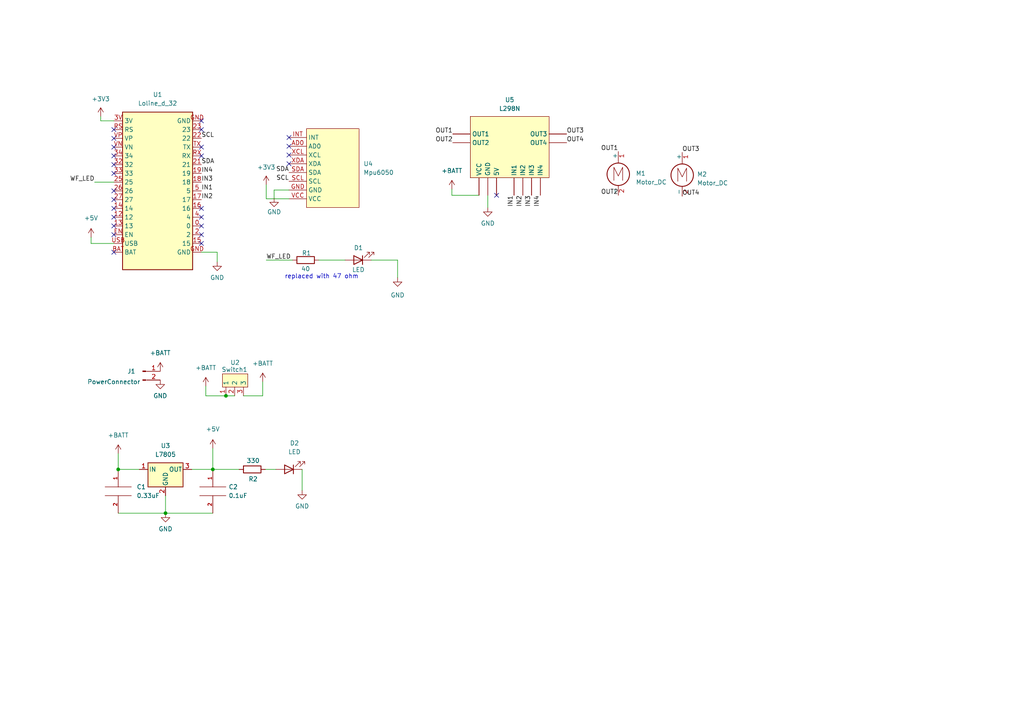
<source format=kicad_sch>
(kicad_sch (version 20211123) (generator eeschema)

  (uuid e63e39d7-6ac0-4ffd-8aa3-1841a4541b55)

  (paper "A4")

  (title_block
    (title "Self Balancing Robot")
    (date "2022-11-16")
    (company "MyongJi Univ")
    (comment 1 "Drawn by Jaewon Ahn")
  )

  (lib_symbols
    (symbol "Connector:Conn_01x02_Male" (pin_names (offset 1.016) hide) (in_bom yes) (on_board yes)
      (property "Reference" "J" (id 0) (at 0 2.54 0)
        (effects (font (size 1.27 1.27)))
      )
      (property "Value" "Conn_01x02_Male" (id 1) (at 0 -5.08 0)
        (effects (font (size 1.27 1.27)))
      )
      (property "Footprint" "" (id 2) (at 0 0 0)
        (effects (font (size 1.27 1.27)) hide)
      )
      (property "Datasheet" "~" (id 3) (at 0 0 0)
        (effects (font (size 1.27 1.27)) hide)
      )
      (property "ki_keywords" "connector" (id 4) (at 0 0 0)
        (effects (font (size 1.27 1.27)) hide)
      )
      (property "ki_description" "Generic connector, single row, 01x02, script generated (kicad-library-utils/schlib/autogen/connector/)" (id 5) (at 0 0 0)
        (effects (font (size 1.27 1.27)) hide)
      )
      (property "ki_fp_filters" "Connector*:*_1x??_*" (id 6) (at 0 0 0)
        (effects (font (size 1.27 1.27)) hide)
      )
      (symbol "Conn_01x02_Male_1_1"
        (polyline
          (pts
            (xy 1.27 -2.54)
            (xy 0.8636 -2.54)
          )
          (stroke (width 0.1524) (type default) (color 0 0 0 0))
          (fill (type none))
        )
        (polyline
          (pts
            (xy 1.27 0)
            (xy 0.8636 0)
          )
          (stroke (width 0.1524) (type default) (color 0 0 0 0))
          (fill (type none))
        )
        (rectangle (start 0.8636 -2.413) (end 0 -2.667)
          (stroke (width 0.1524) (type default) (color 0 0 0 0))
          (fill (type outline))
        )
        (rectangle (start 0.8636 0.127) (end 0 -0.127)
          (stroke (width 0.1524) (type default) (color 0 0 0 0))
          (fill (type outline))
        )
        (pin passive line (at 5.08 0 180) (length 3.81)
          (name "Pin_1" (effects (font (size 1.27 1.27))))
          (number "1" (effects (font (size 1.27 1.27))))
        )
        (pin passive line (at 5.08 -2.54 180) (length 3.81)
          (name "Pin_2" (effects (font (size 1.27 1.27))))
          (number "2" (effects (font (size 1.27 1.27))))
        )
      )
    )
    (symbol "Device:LED" (pin_numbers hide) (pin_names (offset 1.016) hide) (in_bom yes) (on_board yes)
      (property "Reference" "D" (id 0) (at 0 2.54 0)
        (effects (font (size 1.27 1.27)))
      )
      (property "Value" "LED" (id 1) (at 0 -2.54 0)
        (effects (font (size 1.27 1.27)))
      )
      (property "Footprint" "" (id 2) (at 0 0 0)
        (effects (font (size 1.27 1.27)) hide)
      )
      (property "Datasheet" "~" (id 3) (at 0 0 0)
        (effects (font (size 1.27 1.27)) hide)
      )
      (property "ki_keywords" "LED diode" (id 4) (at 0 0 0)
        (effects (font (size 1.27 1.27)) hide)
      )
      (property "ki_description" "Light emitting diode" (id 5) (at 0 0 0)
        (effects (font (size 1.27 1.27)) hide)
      )
      (property "ki_fp_filters" "LED* LED_SMD:* LED_THT:*" (id 6) (at 0 0 0)
        (effects (font (size 1.27 1.27)) hide)
      )
      (symbol "LED_0_1"
        (polyline
          (pts
            (xy -1.27 -1.27)
            (xy -1.27 1.27)
          )
          (stroke (width 0.254) (type default) (color 0 0 0 0))
          (fill (type none))
        )
        (polyline
          (pts
            (xy -1.27 0)
            (xy 1.27 0)
          )
          (stroke (width 0) (type default) (color 0 0 0 0))
          (fill (type none))
        )
        (polyline
          (pts
            (xy 1.27 -1.27)
            (xy 1.27 1.27)
            (xy -1.27 0)
            (xy 1.27 -1.27)
          )
          (stroke (width 0.254) (type default) (color 0 0 0 0))
          (fill (type none))
        )
        (polyline
          (pts
            (xy -3.048 -0.762)
            (xy -4.572 -2.286)
            (xy -3.81 -2.286)
            (xy -4.572 -2.286)
            (xy -4.572 -1.524)
          )
          (stroke (width 0) (type default) (color 0 0 0 0))
          (fill (type none))
        )
        (polyline
          (pts
            (xy -1.778 -0.762)
            (xy -3.302 -2.286)
            (xy -2.54 -2.286)
            (xy -3.302 -2.286)
            (xy -3.302 -1.524)
          )
          (stroke (width 0) (type default) (color 0 0 0 0))
          (fill (type none))
        )
      )
      (symbol "LED_1_1"
        (pin passive line (at -3.81 0 0) (length 2.54)
          (name "K" (effects (font (size 1.27 1.27))))
          (number "1" (effects (font (size 1.27 1.27))))
        )
        (pin passive line (at 3.81 0 180) (length 2.54)
          (name "A" (effects (font (size 1.27 1.27))))
          (number "2" (effects (font (size 1.27 1.27))))
        )
      )
    )
    (symbol "Device:R" (pin_numbers hide) (pin_names (offset 0)) (in_bom yes) (on_board yes)
      (property "Reference" "R" (id 0) (at 2.032 0 90)
        (effects (font (size 1.27 1.27)))
      )
      (property "Value" "R" (id 1) (at 0 0 90)
        (effects (font (size 1.27 1.27)))
      )
      (property "Footprint" "" (id 2) (at -1.778 0 90)
        (effects (font (size 1.27 1.27)) hide)
      )
      (property "Datasheet" "~" (id 3) (at 0 0 0)
        (effects (font (size 1.27 1.27)) hide)
      )
      (property "ki_keywords" "R res resistor" (id 4) (at 0 0 0)
        (effects (font (size 1.27 1.27)) hide)
      )
      (property "ki_description" "Resistor" (id 5) (at 0 0 0)
        (effects (font (size 1.27 1.27)) hide)
      )
      (property "ki_fp_filters" "R_*" (id 6) (at 0 0 0)
        (effects (font (size 1.27 1.27)) hide)
      )
      (symbol "R_0_1"
        (rectangle (start -1.016 -2.54) (end 1.016 2.54)
          (stroke (width 0.254) (type default) (color 0 0 0 0))
          (fill (type none))
        )
      )
      (symbol "R_1_1"
        (pin passive line (at 0 3.81 270) (length 1.27)
          (name "~" (effects (font (size 1.27 1.27))))
          (number "1" (effects (font (size 1.27 1.27))))
        )
        (pin passive line (at 0 -3.81 90) (length 1.27)
          (name "~" (effects (font (size 1.27 1.27))))
          (number "2" (effects (font (size 1.27 1.27))))
        )
      )
    )
    (symbol "L298N_1" (in_bom yes) (on_board yes)
      (property "Reference" "U" (id 0) (at 0 -15.24 0)
        (effects (font (size 1.27 1.27)))
      )
      (property "Value" "L298N_1" (id 1) (at 0 17.78 0)
        (effects (font (size 1.27 1.27)))
      )
      (property "Footprint" "" (id 2) (at 7.62 -10.16 0)
        (effects (font (size 1.27 1.27)) hide)
      )
      (property "Datasheet" "" (id 3) (at 7.62 -10.16 0)
        (effects (font (size 1.27 1.27)) hide)
      )
      (symbol "L298N_1_0_1"
        (rectangle (start -10.16 15.24) (end 12.7 -2.54)
          (stroke (width 0) (type default) (color 0 0 0 0))
          (fill (type background))
        )
      )
      (symbol "L298N_1_1_1"
        (pin output line (at -2.54 -7.62 90) (length 5.08)
          (name "5V" (effects (font (size 1.27 1.27))))
          (number "" (effects (font (size 1.27 1.27))))
        )
        (pin output line (at -5.08 -7.62 90) (length 5.08)
          (name "GND" (effects (font (size 1.27 1.27))))
          (number "" (effects (font (size 1.27 1.27))))
        )
        (pin output line (at 2.54 -7.62 90) (length 5.08)
          (name "IN1" (effects (font (size 1.27 1.27))))
          (number "" (effects (font (size 1.27 1.27))))
        )
        (pin output line (at 5.08 -7.62 90) (length 5.08)
          (name "IN2" (effects (font (size 1.27 1.27))))
          (number "" (effects (font (size 1.27 1.27))))
        )
        (pin output line (at 7.62 -7.62 90) (length 5.08)
          (name "IN3" (effects (font (size 1.27 1.27))))
          (number "" (effects (font (size 1.27 1.27))))
        )
        (pin output line (at 10.16 -7.62 90) (length 5.08)
          (name "IN4" (effects (font (size 1.27 1.27))))
          (number "" (effects (font (size 1.27 1.27))))
        )
        (pin output line (at -15.24 10.16 0) (length 5.08)
          (name "OUT1" (effects (font (size 1.27 1.27))))
          (number "" (effects (font (size 1.27 1.27))))
        )
        (pin output line (at -15.24 7.62 0) (length 5.08)
          (name "OUT2" (effects (font (size 1.27 1.27))))
          (number "" (effects (font (size 1.27 1.27))))
        )
        (pin output line (at 17.78 10.16 180) (length 5.08)
          (name "OUT3" (effects (font (size 1.27 1.27))))
          (number "" (effects (font (size 1.27 1.27))))
        )
        (pin output line (at 17.78 7.62 180) (length 5.08)
          (name "OUT4" (effects (font (size 1.27 1.27))))
          (number "" (effects (font (size 1.27 1.27))))
        )
        (pin output line (at -7.62 -7.62 90) (length 5.08)
          (name "VCC" (effects (font (size 1.27 1.27))))
          (number "" (effects (font (size 1.27 1.27))))
        )
      )
    )
    (symbol "Motor:Motor_DC" (pin_names (offset 0)) (in_bom yes) (on_board yes)
      (property "Reference" "M" (id 0) (at 2.54 2.54 0)
        (effects (font (size 1.27 1.27)) (justify left))
      )
      (property "Value" "Motor_DC" (id 1) (at 2.54 -5.08 0)
        (effects (font (size 1.27 1.27)) (justify left top))
      )
      (property "Footprint" "" (id 2) (at 0 -2.286 0)
        (effects (font (size 1.27 1.27)) hide)
      )
      (property "Datasheet" "~" (id 3) (at 0 -2.286 0)
        (effects (font (size 1.27 1.27)) hide)
      )
      (property "ki_keywords" "DC Motor" (id 4) (at 0 0 0)
        (effects (font (size 1.27 1.27)) hide)
      )
      (property "ki_description" "DC Motor" (id 5) (at 0 0 0)
        (effects (font (size 1.27 1.27)) hide)
      )
      (property "ki_fp_filters" "PinHeader*P2.54mm* TerminalBlock*" (id 6) (at 0 0 0)
        (effects (font (size 1.27 1.27)) hide)
      )
      (symbol "Motor_DC_0_0"
        (polyline
          (pts
            (xy -1.27 -3.302)
            (xy -1.27 0.508)
            (xy 0 -2.032)
            (xy 1.27 0.508)
            (xy 1.27 -3.302)
          )
          (stroke (width 0) (type default) (color 0 0 0 0))
          (fill (type none))
        )
      )
      (symbol "Motor_DC_0_1"
        (circle (center 0 -1.524) (radius 3.2512)
          (stroke (width 0.254) (type default) (color 0 0 0 0))
          (fill (type none))
        )
        (polyline
          (pts
            (xy 0 -7.62)
            (xy 0 -7.112)
          )
          (stroke (width 0) (type default) (color 0 0 0 0))
          (fill (type none))
        )
        (polyline
          (pts
            (xy 0 -4.7752)
            (xy 0 -5.1816)
          )
          (stroke (width 0) (type default) (color 0 0 0 0))
          (fill (type none))
        )
        (polyline
          (pts
            (xy 0 1.7272)
            (xy 0 2.0828)
          )
          (stroke (width 0) (type default) (color 0 0 0 0))
          (fill (type none))
        )
        (polyline
          (pts
            (xy 0 2.032)
            (xy 0 2.54)
          )
          (stroke (width 0) (type default) (color 0 0 0 0))
          (fill (type none))
        )
      )
      (symbol "Motor_DC_1_1"
        (pin passive line (at 0 5.08 270) (length 2.54)
          (name "+" (effects (font (size 1.27 1.27))))
          (number "1" (effects (font (size 1.27 1.27))))
        )
        (pin passive line (at 0 -7.62 90) (length 2.54)
          (name "-" (effects (font (size 1.27 1.27))))
          (number "2" (effects (font (size 1.27 1.27))))
        )
      )
    )
    (symbol "New_Library:Loline_d_32" (in_bom yes) (on_board yes)
      (property "Reference" "U" (id 0) (at 0 23.114 0)
        (effects (font (size 1.27 1.27)))
      )
      (property "Value" "Loline_d_32" (id 1) (at -0.508 -25.4 0)
        (effects (font (size 1.27 1.27)))
      )
      (property "Footprint" "" (id 2) (at -3.048 -12.7 0)
        (effects (font (size 1.27 1.27)) hide)
      )
      (property "Datasheet" "" (id 3) (at -3.048 -12.7 0)
        (effects (font (size 1.27 1.27)) hide)
      )
      (symbol "Loline_d_32_0_1"
        (rectangle (start -10.668 21.59) (end 9.652 -24.13)
          (stroke (width 0.254) (type default) (color 0 0 0 0))
          (fill (type background))
        )
      )
      (symbol "Loline_d_32_1_1"
        (pin bidirectional line (at 12.192 -11.43 180) (length 2.54)
          (name "0" (effects (font (size 1.27 1.27))))
          (number "0" (effects (font (size 1.27 1.27))))
        )
        (pin bidirectional line (at -13.208 -8.89 0) (length 2.54)
          (name "12" (effects (font (size 1.27 1.27))))
          (number "12" (effects (font (size 1.27 1.27))))
        )
        (pin bidirectional line (at -13.208 -11.43 0) (length 2.54)
          (name "13" (effects (font (size 1.27 1.27))))
          (number "13" (effects (font (size 1.27 1.27))))
        )
        (pin bidirectional line (at -13.208 -6.35 0) (length 2.54)
          (name "14" (effects (font (size 1.27 1.27))))
          (number "14" (effects (font (size 1.27 1.27))))
        )
        (pin bidirectional line (at 12.192 -16.51 180) (length 2.54)
          (name "15" (effects (font (size 1.27 1.27))))
          (number "15" (effects (font (size 1.27 1.27))))
        )
        (pin bidirectional line (at 12.192 -6.35 180) (length 2.54)
          (name "16" (effects (font (size 1.27 1.27))))
          (number "16" (effects (font (size 1.27 1.27))))
        )
        (pin bidirectional line (at 12.192 -3.81 180) (length 2.54)
          (name "17" (effects (font (size 1.27 1.27))))
          (number "17" (effects (font (size 1.27 1.27))))
        )
        (pin bidirectional line (at 12.192 1.27 180) (length 2.54)
          (name "18" (effects (font (size 1.27 1.27))))
          (number "18" (effects (font (size 1.27 1.27))))
        )
        (pin bidirectional line (at 12.192 3.81 180) (length 2.54)
          (name "19" (effects (font (size 1.27 1.27))))
          (number "19" (effects (font (size 1.27 1.27))))
        )
        (pin bidirectional line (at 12.192 -13.97 180) (length 2.54)
          (name "2" (effects (font (size 1.27 1.27))))
          (number "2" (effects (font (size 1.27 1.27))))
        )
        (pin bidirectional line (at 12.192 6.35 180) (length 2.54)
          (name "21" (effects (font (size 1.27 1.27))))
          (number "21" (effects (font (size 1.27 1.27))))
        )
        (pin bidirectional line (at 12.192 13.97 180) (length 2.54)
          (name "22" (effects (font (size 1.27 1.27))))
          (number "22" (effects (font (size 1.27 1.27))))
        )
        (pin bidirectional line (at 12.192 16.51 180) (length 2.54)
          (name "23" (effects (font (size 1.27 1.27))))
          (number "23" (effects (font (size 1.27 1.27))))
        )
        (pin bidirectional line (at -13.208 1.27 0) (length 2.54)
          (name "25" (effects (font (size 1.27 1.27))))
          (number "25" (effects (font (size 1.27 1.27))))
        )
        (pin bidirectional line (at -13.208 -1.27 0) (length 2.54)
          (name "26" (effects (font (size 1.27 1.27))))
          (number "26" (effects (font (size 1.27 1.27))))
        )
        (pin bidirectional line (at -13.208 -3.81 0) (length 2.54)
          (name "27" (effects (font (size 1.27 1.27))))
          (number "27" (effects (font (size 1.27 1.27))))
        )
        (pin bidirectional line (at -13.208 6.35 0) (length 2.54)
          (name "32" (effects (font (size 1.27 1.27))))
          (number "32" (effects (font (size 1.27 1.27))))
        )
        (pin bidirectional line (at -13.208 3.81 0) (length 2.54)
          (name "33" (effects (font (size 1.27 1.27))))
          (number "33" (effects (font (size 1.27 1.27))))
        )
        (pin bidirectional line (at -13.208 8.89 0) (length 2.54)
          (name "34" (effects (font (size 1.27 1.27))))
          (number "34" (effects (font (size 1.27 1.27))))
        )
        (pin bidirectional line (at -13.208 19.05 0) (length 2.54)
          (name "3V" (effects (font (size 1.27 1.27))))
          (number "3V" (effects (font (size 1.27 1.27))))
        )
        (pin bidirectional line (at 12.192 -8.89 180) (length 2.54)
          (name "4" (effects (font (size 1.27 1.27))))
          (number "4" (effects (font (size 1.27 1.27))))
        )
        (pin bidirectional line (at 12.192 -1.27 180) (length 2.54)
          (name "5" (effects (font (size 1.27 1.27))))
          (number "5" (effects (font (size 1.27 1.27))))
        )
        (pin bidirectional line (at -13.208 -19.05 0) (length 2.54)
          (name "BAT" (effects (font (size 1.27 1.27))))
          (number "BAT" (effects (font (size 1.27 1.27))))
        )
        (pin bidirectional line (at -13.208 -13.97 0) (length 2.54)
          (name "EN" (effects (font (size 1.27 1.27))))
          (number "EN" (effects (font (size 1.27 1.27))))
        )
        (pin bidirectional line (at 12.192 -19.05 180) (length 2.54)
          (name "GND" (effects (font (size 1.27 1.27))))
          (number "GND" (effects (font (size 1.27 1.27))))
        )
        (pin bidirectional line (at 12.192 19.05 180) (length 2.54)
          (name "GND" (effects (font (size 1.27 1.27))))
          (number "GND" (effects (font (size 1.27 1.27))))
        )
        (pin bidirectional line (at -13.208 16.51 0) (length 2.54)
          (name "RS" (effects (font (size 1.27 1.27))))
          (number "RS" (effects (font (size 1.27 1.27))))
        )
        (pin bidirectional line (at 12.192 8.89 180) (length 2.54)
          (name "RX" (effects (font (size 1.27 1.27))))
          (number "RX" (effects (font (size 1.27 1.27))))
        )
        (pin bidirectional line (at 12.192 11.43 180) (length 2.54)
          (name "TX" (effects (font (size 1.27 1.27))))
          (number "TX" (effects (font (size 1.27 1.27))))
        )
        (pin bidirectional line (at -13.208 -16.51 0) (length 2.54)
          (name "USB" (effects (font (size 1.27 1.27))))
          (number "USB" (effects (font (size 1.27 1.27))))
        )
        (pin bidirectional line (at -13.208 11.43 0) (length 2.54)
          (name "VN" (effects (font (size 1.27 1.27))))
          (number "VN" (effects (font (size 1.27 1.27))))
        )
        (pin bidirectional line (at -13.208 13.97 0) (length 2.54)
          (name "VP" (effects (font (size 1.27 1.27))))
          (number "VP" (effects (font (size 1.27 1.27))))
        )
      )
    )
    (symbol "New_Library:Mpu6050" (in_bom yes) (on_board yes)
      (property "Reference" "U" (id 0) (at 0 12.7 0)
        (effects (font (size 1.27 1.27)))
      )
      (property "Value" "Mpu6050" (id 1) (at 0 -15.24 0)
        (effects (font (size 1.27 1.27)))
      )
      (property "Footprint" "" (id 2) (at 7.112 5.588 0)
        (effects (font (size 1.27 1.27)) hide)
      )
      (property "Datasheet" "" (id 3) (at 7.112 5.588 0)
        (effects (font (size 1.27 1.27)) hide)
      )
      (symbol "Mpu6050_0_1"
        (rectangle (start 7.62 10.16) (end -7.62 -12.7)
          (stroke (width 0) (type default) (color 0 0 0 0))
          (fill (type background))
        )
      )
      (symbol "Mpu6050_1_1"
        (pin input line (at 12.7 -7.62 180) (length 5.08)
          (name "AD0" (effects (font (size 1.27 1.27))))
          (number "AD0" (effects (font (size 1.27 1.27))))
        )
        (pin input line (at 12.7 5.08 180) (length 5.08)
          (name "GND" (effects (font (size 1.27 1.27))))
          (number "GND" (effects (font (size 1.27 1.27))))
        )
        (pin input line (at 12.7 -10.16 180) (length 5.08)
          (name "INT" (effects (font (size 1.27 1.27))))
          (number "INT" (effects (font (size 1.27 1.27))))
        )
        (pin input line (at 12.7 2.54 180) (length 5.08)
          (name "SCL" (effects (font (size 1.27 1.27))))
          (number "SCL" (effects (font (size 1.27 1.27))))
        )
        (pin input line (at 12.7 0 180) (length 5.08)
          (name "SDA" (effects (font (size 1.27 1.27))))
          (number "SDA" (effects (font (size 1.27 1.27))))
        )
        (pin input line (at 12.7 7.62 180) (length 5.08)
          (name "VCC" (effects (font (size 1.27 1.27))))
          (number "VCC" (effects (font (size 1.27 1.27))))
        )
        (pin input line (at 12.7 -5.08 180) (length 5.08)
          (name "XCL" (effects (font (size 1.27 1.27))))
          (number "XCL" (effects (font (size 1.27 1.27))))
        )
        (pin input line (at 12.7 -2.54 180) (length 5.08)
          (name "XDA" (effects (font (size 1.27 1.27))))
          (number "XDA" (effects (font (size 1.27 1.27))))
        )
      )
    )
    (symbol "New_Library:Switch1" (in_bom yes) (on_board yes)
      (property "Reference" "U" (id 0) (at 0 3.302 0)
        (effects (font (size 1.27 1.27)))
      )
      (property "Value" "Switch1" (id 1) (at 0.254 5.08 0)
        (effects (font (size 1.27 1.27)))
      )
      (property "Footprint" "" (id 2) (at -0.762 0.508 0)
        (effects (font (size 1.27 1.27)) hide)
      )
      (property "Datasheet" "" (id 3) (at -0.762 0.508 0)
        (effects (font (size 1.27 1.27)) hide)
      )
      (symbol "Switch1_0_1"
        (rectangle (start 3.81 -1.524) (end -3.556 2.286)
          (stroke (width 0) (type default) (color 0 0 0 0))
          (fill (type background))
        )
      )
      (symbol "Switch1_1_1"
        (pin passive line (at -2.54 -4.064 90) (length 2.54)
          (name "1" (effects (font (size 1.27 1.27))))
          (number "1" (effects (font (size 1.27 1.27))))
        )
        (pin passive line (at 0 -4.064 90) (length 2.54)
          (name "2" (effects (font (size 1.27 1.27))))
          (number "2" (effects (font (size 1.27 1.27))))
        )
        (pin passive line (at 2.54 -4.064 90) (length 2.54)
          (name "3" (effects (font (size 1.27 1.27))))
          (number "3" (effects (font (size 1.27 1.27))))
        )
      )
    )
    (symbol "Regulator_Linear:L7805" (pin_names (offset 0.254)) (in_bom yes) (on_board yes)
      (property "Reference" "U" (id 0) (at -3.81 3.175 0)
        (effects (font (size 1.27 1.27)))
      )
      (property "Value" "L7805" (id 1) (at 0 3.175 0)
        (effects (font (size 1.27 1.27)) (justify left))
      )
      (property "Footprint" "" (id 2) (at 0.635 -3.81 0)
        (effects (font (size 1.27 1.27) italic) (justify left) hide)
      )
      (property "Datasheet" "http://www.st.com/content/ccc/resource/technical/document/datasheet/41/4f/b3/b0/12/d4/47/88/CD00000444.pdf/files/CD00000444.pdf/jcr:content/translations/en.CD00000444.pdf" (id 3) (at 0 -1.27 0)
        (effects (font (size 1.27 1.27)) hide)
      )
      (property "ki_keywords" "Voltage Regulator 1.5A Positive" (id 4) (at 0 0 0)
        (effects (font (size 1.27 1.27)) hide)
      )
      (property "ki_description" "Positive 1.5A 35V Linear Regulator, Fixed Output 5V, TO-220/TO-263/TO-252" (id 5) (at 0 0 0)
        (effects (font (size 1.27 1.27)) hide)
      )
      (property "ki_fp_filters" "TO?252* TO?263* TO?220*" (id 6) (at 0 0 0)
        (effects (font (size 1.27 1.27)) hide)
      )
      (symbol "L7805_0_1"
        (rectangle (start -5.08 1.905) (end 5.08 -5.08)
          (stroke (width 0.254) (type default) (color 0 0 0 0))
          (fill (type background))
        )
      )
      (symbol "L7805_1_1"
        (pin power_in line (at -7.62 0 0) (length 2.54)
          (name "IN" (effects (font (size 1.27 1.27))))
          (number "1" (effects (font (size 1.27 1.27))))
        )
        (pin power_in line (at 0 -7.62 90) (length 2.54)
          (name "GND" (effects (font (size 1.27 1.27))))
          (number "2" (effects (font (size 1.27 1.27))))
        )
        (pin power_out line (at 7.62 0 180) (length 2.54)
          (name "OUT" (effects (font (size 1.27 1.27))))
          (number "3" (effects (font (size 1.27 1.27))))
        )
      )
    )
    (symbol "power:+3V3" (power) (pin_names (offset 0)) (in_bom yes) (on_board yes)
      (property "Reference" "#PWR" (id 0) (at 0 -3.81 0)
        (effects (font (size 1.27 1.27)) hide)
      )
      (property "Value" "+3V3" (id 1) (at 0 3.556 0)
        (effects (font (size 1.27 1.27)))
      )
      (property "Footprint" "" (id 2) (at 0 0 0)
        (effects (font (size 1.27 1.27)) hide)
      )
      (property "Datasheet" "" (id 3) (at 0 0 0)
        (effects (font (size 1.27 1.27)) hide)
      )
      (property "ki_keywords" "power-flag" (id 4) (at 0 0 0)
        (effects (font (size 1.27 1.27)) hide)
      )
      (property "ki_description" "Power symbol creates a global label with name \"+3V3\"" (id 5) (at 0 0 0)
        (effects (font (size 1.27 1.27)) hide)
      )
      (symbol "+3V3_0_1"
        (polyline
          (pts
            (xy -0.762 1.27)
            (xy 0 2.54)
          )
          (stroke (width 0) (type default) (color 0 0 0 0))
          (fill (type none))
        )
        (polyline
          (pts
            (xy 0 0)
            (xy 0 2.54)
          )
          (stroke (width 0) (type default) (color 0 0 0 0))
          (fill (type none))
        )
        (polyline
          (pts
            (xy 0 2.54)
            (xy 0.762 1.27)
          )
          (stroke (width 0) (type default) (color 0 0 0 0))
          (fill (type none))
        )
      )
      (symbol "+3V3_1_1"
        (pin power_in line (at 0 0 90) (length 0) hide
          (name "+3V3" (effects (font (size 1.27 1.27))))
          (number "1" (effects (font (size 1.27 1.27))))
        )
      )
    )
    (symbol "power:+5V" (power) (pin_names (offset 0)) (in_bom yes) (on_board yes)
      (property "Reference" "#PWR" (id 0) (at 0 -3.81 0)
        (effects (font (size 1.27 1.27)) hide)
      )
      (property "Value" "+5V" (id 1) (at 0 3.556 0)
        (effects (font (size 1.27 1.27)))
      )
      (property "Footprint" "" (id 2) (at 0 0 0)
        (effects (font (size 1.27 1.27)) hide)
      )
      (property "Datasheet" "" (id 3) (at 0 0 0)
        (effects (font (size 1.27 1.27)) hide)
      )
      (property "ki_keywords" "power-flag" (id 4) (at 0 0 0)
        (effects (font (size 1.27 1.27)) hide)
      )
      (property "ki_description" "Power symbol creates a global label with name \"+5V\"" (id 5) (at 0 0 0)
        (effects (font (size 1.27 1.27)) hide)
      )
      (symbol "+5V_0_1"
        (polyline
          (pts
            (xy -0.762 1.27)
            (xy 0 2.54)
          )
          (stroke (width 0) (type default) (color 0 0 0 0))
          (fill (type none))
        )
        (polyline
          (pts
            (xy 0 0)
            (xy 0 2.54)
          )
          (stroke (width 0) (type default) (color 0 0 0 0))
          (fill (type none))
        )
        (polyline
          (pts
            (xy 0 2.54)
            (xy 0.762 1.27)
          )
          (stroke (width 0) (type default) (color 0 0 0 0))
          (fill (type none))
        )
      )
      (symbol "+5V_1_1"
        (pin power_in line (at 0 0 90) (length 0) hide
          (name "+5V" (effects (font (size 1.27 1.27))))
          (number "1" (effects (font (size 1.27 1.27))))
        )
      )
    )
    (symbol "power:+BATT" (power) (pin_names (offset 0)) (in_bom yes) (on_board yes)
      (property "Reference" "#PWR" (id 0) (at 0 -3.81 0)
        (effects (font (size 1.27 1.27)) hide)
      )
      (property "Value" "+BATT" (id 1) (at 0 3.556 0)
        (effects (font (size 1.27 1.27)))
      )
      (property "Footprint" "" (id 2) (at 0 0 0)
        (effects (font (size 1.27 1.27)) hide)
      )
      (property "Datasheet" "" (id 3) (at 0 0 0)
        (effects (font (size 1.27 1.27)) hide)
      )
      (property "ki_keywords" "power-flag battery" (id 4) (at 0 0 0)
        (effects (font (size 1.27 1.27)) hide)
      )
      (property "ki_description" "Power symbol creates a global label with name \"+BATT\"" (id 5) (at 0 0 0)
        (effects (font (size 1.27 1.27)) hide)
      )
      (symbol "+BATT_0_1"
        (polyline
          (pts
            (xy -0.762 1.27)
            (xy 0 2.54)
          )
          (stroke (width 0) (type default) (color 0 0 0 0))
          (fill (type none))
        )
        (polyline
          (pts
            (xy 0 0)
            (xy 0 2.54)
          )
          (stroke (width 0) (type default) (color 0 0 0 0))
          (fill (type none))
        )
        (polyline
          (pts
            (xy 0 2.54)
            (xy 0.762 1.27)
          )
          (stroke (width 0) (type default) (color 0 0 0 0))
          (fill (type none))
        )
      )
      (symbol "+BATT_1_1"
        (pin power_in line (at 0 0 90) (length 0) hide
          (name "+BATT" (effects (font (size 1.27 1.27))))
          (number "1" (effects (font (size 1.27 1.27))))
        )
      )
    )
    (symbol "power:GND" (power) (pin_names (offset 0)) (in_bom yes) (on_board yes)
      (property "Reference" "#PWR" (id 0) (at 0 -6.35 0)
        (effects (font (size 1.27 1.27)) hide)
      )
      (property "Value" "GND" (id 1) (at 0 -3.81 0)
        (effects (font (size 1.27 1.27)))
      )
      (property "Footprint" "" (id 2) (at 0 0 0)
        (effects (font (size 1.27 1.27)) hide)
      )
      (property "Datasheet" "" (id 3) (at 0 0 0)
        (effects (font (size 1.27 1.27)) hide)
      )
      (property "ki_keywords" "power-flag" (id 4) (at 0 0 0)
        (effects (font (size 1.27 1.27)) hide)
      )
      (property "ki_description" "Power symbol creates a global label with name \"GND\" , ground" (id 5) (at 0 0 0)
        (effects (font (size 1.27 1.27)) hide)
      )
      (symbol "GND_0_1"
        (polyline
          (pts
            (xy 0 0)
            (xy 0 -1.27)
            (xy 1.27 -1.27)
            (xy 0 -2.54)
            (xy -1.27 -1.27)
            (xy 0 -1.27)
          )
          (stroke (width 0) (type default) (color 0 0 0 0))
          (fill (type none))
        )
      )
      (symbol "GND_1_1"
        (pin power_in line (at 0 0 270) (length 0) hide
          (name "GND" (effects (font (size 1.27 1.27))))
          (number "1" (effects (font (size 1.27 1.27))))
        )
      )
    )
    (symbol "pspice:CAP" (pin_names (offset 0.254)) (in_bom yes) (on_board yes)
      (property "Reference" "C" (id 0) (at 2.54 3.81 90)
        (effects (font (size 1.27 1.27)))
      )
      (property "Value" "CAP" (id 1) (at 2.54 -3.81 90)
        (effects (font (size 1.27 1.27)))
      )
      (property "Footprint" "" (id 2) (at 0 0 0)
        (effects (font (size 1.27 1.27)) hide)
      )
      (property "Datasheet" "~" (id 3) (at 0 0 0)
        (effects (font (size 1.27 1.27)) hide)
      )
      (property "ki_keywords" "simulation" (id 4) (at 0 0 0)
        (effects (font (size 1.27 1.27)) hide)
      )
      (property "ki_description" "Capacitor symbol for simulation only" (id 5) (at 0 0 0)
        (effects (font (size 1.27 1.27)) hide)
      )
      (symbol "CAP_0_1"
        (polyline
          (pts
            (xy -3.81 -1.27)
            (xy 3.81 -1.27)
          )
          (stroke (width 0) (type default) (color 0 0 0 0))
          (fill (type none))
        )
        (polyline
          (pts
            (xy -3.81 1.27)
            (xy 3.81 1.27)
          )
          (stroke (width 0) (type default) (color 0 0 0 0))
          (fill (type none))
        )
      )
      (symbol "CAP_1_1"
        (pin passive line (at 0 6.35 270) (length 5.08)
          (name "~" (effects (font (size 1.016 1.016))))
          (number "1" (effects (font (size 1.016 1.016))))
        )
        (pin passive line (at 0 -6.35 90) (length 5.08)
          (name "~" (effects (font (size 1.016 1.016))))
          (number "2" (effects (font (size 1.016 1.016))))
        )
      )
    )
  )

  (junction (at 65.532 114.808) (diameter 0) (color 0 0 0 0)
    (uuid 2150d231-1f9f-4f69-a42e-bc601a2442bf)
  )
  (junction (at 34.29 136.144) (diameter 0) (color 0 0 0 0)
    (uuid 28972a4b-6974-48f6-b4be-01e872ffbc5e)
  )
  (junction (at 61.722 136.144) (diameter 0) (color 0 0 0 0)
    (uuid ab062250-c18d-4368-ae88-eefd1755751d)
  )
  (junction (at 48.006 148.844) (diameter 0) (color 0 0 0 0)
    (uuid f7946f0e-379d-4b15-af3d-e0f2dda426b2)
  )

  (no_connect (at 33.02 73.152) (uuid 01fa5dc0-2da9-42e9-80e4-884834709dea))
  (no_connect (at 33.02 37.592) (uuid 0e3ef075-527f-48b4-b68f-a59353ebe278))
  (no_connect (at 33.02 42.672) (uuid 0e3ef075-527f-48b4-b68f-a59353ebe279))
  (no_connect (at 33.02 40.132) (uuid 0e3ef075-527f-48b4-b68f-a59353ebe27a))
  (no_connect (at 58.42 35.052) (uuid 1fc17a3e-a731-421e-a9c4-71f25401c957))
  (no_connect (at 58.42 65.532) (uuid 2309dc3f-1482-4151-91cc-cb19586b3a82))
  (no_connect (at 33.02 62.992) (uuid 28777348-80b2-4fc2-a9e2-028507429252))
  (no_connect (at 33.02 68.072) (uuid 2b2d1b47-6f29-4854-9500-4b9df07e230d))
  (no_connect (at 58.42 37.592) (uuid 3435cd8d-2eb9-4158-a9a2-667081e7071f))
  (no_connect (at 144.018 56.642) (uuid 3c85dce6-4c47-48d3-9b92-e6ba7dbedeb6))
  (no_connect (at 83.82 39.878) (uuid 423b8c1d-b9e5-488c-bc7a-12242a89d87d))
  (no_connect (at 33.02 65.532) (uuid 4612d905-2284-4936-89bb-3a7f52bd68b0))
  (no_connect (at 33.02 55.372) (uuid 48ff315a-abf3-4bfb-b72a-81ea55e980b3))
  (no_connect (at 58.42 70.612) (uuid 54ab6b7a-ff62-4a06-9c7f-641a4d9469ba))
  (no_connect (at 33.02 60.452) (uuid 9786ba1f-efab-4325-94d7-45acab99910d))
  (no_connect (at 58.42 42.672) (uuid 98edc00a-4ce6-465a-a759-8e7fdc26aa07))
  (no_connect (at 33.02 47.752) (uuid 9fa425a7-3ba9-4f95-b91b-9efd450c687d))
  (no_connect (at 58.42 60.452) (uuid a0242c0a-a465-4942-8116-ee55676c1d1c))
  (no_connect (at 33.02 50.292) (uuid a6944de9-4199-43c7-a2d8-2f045cf8e8df))
  (no_connect (at 33.02 45.212) (uuid b20dea31-6607-48b3-8d0b-91b00af949ff))
  (no_connect (at 58.42 45.212) (uuid db9ab581-c042-432e-bf98-8773f601cf6f))
  (no_connect (at 58.42 68.072) (uuid dc2c0aaf-1d59-4273-b334-505b73baef84))
  (no_connect (at 58.42 62.992) (uuid dd586b81-f9c5-4e74-9bc0-78b3d0af8dd2))
  (no_connect (at 33.02 57.912) (uuid e4a72e04-ae8d-4b9e-960b-6be2da4a08ea))
  (no_connect (at 83.82 47.498) (uuid f8c4aed4-57fb-419b-a139-569fbc2979f8))
  (no_connect (at 83.82 42.418) (uuid f8c4aed4-57fb-419b-a139-569fbc2979f9))
  (no_connect (at 83.82 44.958) (uuid f8c4aed4-57fb-419b-a139-569fbc2979fa))

  (wire (pts (xy 76.2 110.744) (xy 76.2 114.808))
    (stroke (width 0) (type default) (color 0 0 0 0))
    (uuid 05e96524-6762-4555-8a17-e78352202644)
  )
  (wire (pts (xy 34.29 136.144) (xy 40.386 136.144))
    (stroke (width 0) (type default) (color 0 0 0 0))
    (uuid 062ee35a-5f31-4622-864a-bf06c00bba84)
  )
  (wire (pts (xy 107.696 75.438) (xy 115.316 75.438))
    (stroke (width 0) (type default) (color 0 0 0 0))
    (uuid 0767d002-4c6a-4908-baa7-7bc83bf26e4c)
  )
  (wire (pts (xy 92.456 75.438) (xy 100.076 75.438))
    (stroke (width 0) (type default) (color 0 0 0 0))
    (uuid 08df86d6-bff1-4351-bec7-dce81da970df)
  )
  (wire (pts (xy 87.63 142.24) (xy 87.63 136.144))
    (stroke (width 0) (type default) (color 0 0 0 0))
    (uuid 0f7aa006-d491-44af-bee7-06a3dd6f0a93)
  )
  (wire (pts (xy 83.82 57.658) (xy 77.216 57.658))
    (stroke (width 0) (type default) (color 0 0 0 0))
    (uuid 1703b5e8-ce13-402c-8aa0-ce42287c6378)
  )
  (wire (pts (xy 48.006 148.844) (xy 61.722 148.844))
    (stroke (width 0) (type default) (color 0 0 0 0))
    (uuid 243807f8-b87c-494b-b945-dbd0b8aef2db)
  )
  (wire (pts (xy 33.02 70.612) (xy 26.416 70.612))
    (stroke (width 0) (type default) (color 0 0 0 0))
    (uuid 2513bb60-f36a-4b2c-bd12-64ca567aef4c)
  )
  (wire (pts (xy 141.478 60.198) (xy 141.478 56.642))
    (stroke (width 0) (type default) (color 0 0 0 0))
    (uuid 2ff60203-981c-4d74-bb57-bddd3ad8b52e)
  )
  (wire (pts (xy 58.42 73.152) (xy 62.992 73.152))
    (stroke (width 0) (type default) (color 0 0 0 0))
    (uuid 32588685-7201-46d7-83be-d7dd9f7e8c8d)
  )
  (wire (pts (xy 84.836 75.438) (xy 77.216 75.438))
    (stroke (width 0) (type default) (color 0 0 0 0))
    (uuid 395946f3-9f50-40b1-b1c5-6faabafbb0fa)
  )
  (wire (pts (xy 77.216 57.658) (xy 77.216 53.594))
    (stroke (width 0) (type default) (color 0 0 0 0))
    (uuid 43e6006e-c76e-45b3-b2f2-a34f86d11054)
  )
  (wire (pts (xy 34.29 131.572) (xy 34.29 136.144))
    (stroke (width 0) (type default) (color 0 0 0 0))
    (uuid 50d5a33d-196c-4902-9dbb-6aa4f73f9342)
  )
  (wire (pts (xy 29.21 33.782) (xy 29.21 35.052))
    (stroke (width 0) (type default) (color 0 0 0 0))
    (uuid 5d09fdfc-e2b2-4be5-b318-1f570385c4b0)
  )
  (wire (pts (xy 48.006 143.764) (xy 48.006 148.844))
    (stroke (width 0) (type default) (color 0 0 0 0))
    (uuid 641ae2ce-a09d-45ba-983b-dfc2461583c2)
  )
  (wire (pts (xy 79.502 57.404) (xy 79.502 55.118))
    (stroke (width 0) (type default) (color 0 0 0 0))
    (uuid 6a86703f-8816-4f9b-a381-a4ccb68086d3)
  )
  (wire (pts (xy 65.532 114.808) (xy 59.69 114.808))
    (stroke (width 0) (type default) (color 0 0 0 0))
    (uuid 7091b53e-87db-4a7d-b62b-9a50179e5c9a)
  )
  (wire (pts (xy 61.722 136.144) (xy 69.342 136.144))
    (stroke (width 0) (type default) (color 0 0 0 0))
    (uuid 7399d272-ed4f-4ee0-9547-6cd69b2ef342)
  )
  (wire (pts (xy 34.29 148.844) (xy 48.006 148.844))
    (stroke (width 0) (type default) (color 0 0 0 0))
    (uuid 898641a8-5243-44aa-b291-bafedb4799bb)
  )
  (wire (pts (xy 55.626 136.144) (xy 61.722 136.144))
    (stroke (width 0) (type default) (color 0 0 0 0))
    (uuid 8f5c7b2c-06a2-4e0f-96e6-d7e1c018491f)
  )
  (wire (pts (xy 29.21 35.052) (xy 33.02 35.052))
    (stroke (width 0) (type default) (color 0 0 0 0))
    (uuid 99e76402-2ff3-4aab-bccd-f3684a4d7672)
  )
  (wire (pts (xy 79.502 55.118) (xy 83.82 55.118))
    (stroke (width 0) (type default) (color 0 0 0 0))
    (uuid 9c6f15f0-42e3-40fe-a27d-4a05691b75d4)
  )
  (wire (pts (xy 115.316 75.438) (xy 115.316 80.518))
    (stroke (width 0) (type default) (color 0 0 0 0))
    (uuid a0fad1e4-25ae-41e1-b67a-1d9a548fd2e5)
  )
  (wire (pts (xy 26.416 70.612) (xy 26.416 68.834))
    (stroke (width 0) (type default) (color 0 0 0 0))
    (uuid a4064802-7875-4c55-8f07-b0762ce79d9b)
  )
  (wire (pts (xy 59.69 114.808) (xy 59.69 112.014))
    (stroke (width 0) (type default) (color 0 0 0 0))
    (uuid a54b4afc-899a-4173-85cc-ef41f0d7bc4d)
  )
  (wire (pts (xy 138.938 56.642) (xy 131.064 56.642))
    (stroke (width 0) (type default) (color 0 0 0 0))
    (uuid a8953f8e-6398-48fb-bfda-facd8c1e6bb4)
  )
  (wire (pts (xy 62.992 73.152) (xy 62.992 75.946))
    (stroke (width 0) (type default) (color 0 0 0 0))
    (uuid b72df0c1-77ba-4b0e-996a-874dd3628f58)
  )
  (wire (pts (xy 80.01 136.144) (xy 76.962 136.144))
    (stroke (width 0) (type default) (color 0 0 0 0))
    (uuid c05c2844-3235-4e84-af5b-505632c08b09)
  )
  (wire (pts (xy 131.064 56.642) (xy 131.064 54.864))
    (stroke (width 0) (type default) (color 0 0 0 0))
    (uuid c58a8657-eee6-4057-b501-7a4e503a7f95)
  )
  (wire (pts (xy 27.432 52.832) (xy 33.02 52.832))
    (stroke (width 0) (type default) (color 0 0 0 0))
    (uuid d18fc64a-ed62-4ff8-b357-36ca1272444a)
  )
  (wire (pts (xy 61.722 130.048) (xy 61.722 136.144))
    (stroke (width 0) (type default) (color 0 0 0 0))
    (uuid dc27f33b-acac-4050-bf1d-57efa33d14e9)
  )
  (wire (pts (xy 70.612 114.808) (xy 76.2 114.808))
    (stroke (width 0) (type default) (color 0 0 0 0))
    (uuid ecc3e446-fa37-438b-89fe-1bc2aa0f7ca5)
  )
  (wire (pts (xy 65.532 114.808) (xy 68.072 114.808))
    (stroke (width 0) (type default) (color 0 0 0 0))
    (uuid f4400073-f79c-49ca-bedd-95ffdba24e1e)
  )

  (text "replaced with 47 ohm\n" (at 82.55 81.026 0)
    (effects (font (size 1.27 1.27)) (justify left bottom))
    (uuid 117e110e-3dbf-4012-b6ca-0727ba7b4bca)
  )

  (label "OUT2" (at 131.318 41.402 180)
    (effects (font (size 1.27 1.27)) (justify right bottom))
    (uuid 00fdef5d-b387-4ea1-b358-fa34ca1bbe59)
  )
  (label "IN3" (at 154.178 56.642 270)
    (effects (font (size 1.27 1.27)) (justify right bottom))
    (uuid 0175edaf-ae52-4985-b355-a690654e6b56)
  )
  (label "OUT4" (at 164.338 41.402 0)
    (effects (font (size 1.27 1.27)) (justify left bottom))
    (uuid 0188eac3-564d-487e-9126-e523d89e3c15)
  )
  (label "OUT1" (at 131.318 38.862 180)
    (effects (font (size 1.27 1.27)) (justify right bottom))
    (uuid 0ec50aa1-5fb1-45dd-8d3d-ae59389145b0)
  )
  (label "IN2" (at 58.42 57.912 0)
    (effects (font (size 1.27 1.27)) (justify left bottom))
    (uuid 19a11aba-6f14-4ab3-81c6-8f552ce042cf)
  )
  (label "SCL" (at 83.82 52.578 180)
    (effects (font (size 1.27 1.27)) (justify right bottom))
    (uuid 1a3c6efd-aa88-419c-9ee6-0946c824e34a)
  )
  (label "OUT1" (at 179.324 43.942 180)
    (effects (font (size 1.27 1.27)) (justify right bottom))
    (uuid 22effc0c-3e5e-438a-b7a1-df5c7256269d)
  )
  (label "SCL" (at 58.42 40.132 0)
    (effects (font (size 1.27 1.27)) (justify left bottom))
    (uuid 34b91a57-a16a-4cdb-b48f-8a4bd5e4c9f1)
  )
  (label "IN2" (at 151.638 56.642 270)
    (effects (font (size 1.27 1.27)) (justify right bottom))
    (uuid 34c1a163-5a16-4e5a-87cc-2e32365dad3f)
  )
  (label "WF_LED" (at 77.216 75.438 0)
    (effects (font (size 1.27 1.27)) (justify left bottom))
    (uuid 4378227c-9490-4ba8-a193-f69070f9dc52)
  )
  (label "SDA" (at 83.82 50.038 180)
    (effects (font (size 1.27 1.27)) (justify right bottom))
    (uuid 5835a5de-a20f-4fae-ad18-b0a24c3a5d46)
  )
  (label "IN4" (at 58.42 50.292 0)
    (effects (font (size 1.27 1.27)) (justify left bottom))
    (uuid 64573cc6-0e0a-4d39-aa86-60203252ca44)
  )
  (label "IN1" (at 58.42 55.372 0)
    (effects (font (size 1.27 1.27)) (justify left bottom))
    (uuid 67ad83ba-2fa8-417e-9b0c-5fa5c2b8f3b1)
  )
  (label "IN1" (at 149.098 56.642 270)
    (effects (font (size 1.27 1.27)) (justify right bottom))
    (uuid 6f2ae9f0-adb8-4bec-b10e-b5cc602b2bfa)
  )
  (label "OUT2" (at 179.324 56.642 180)
    (effects (font (size 1.27 1.27)) (justify right bottom))
    (uuid 72a8968e-2719-422a-bcfa-028c94910375)
  )
  (label "IN4" (at 156.718 56.642 270)
    (effects (font (size 1.27 1.27)) (justify right bottom))
    (uuid 82698b3e-07b2-4831-aa1a-3c8b0f9390dc)
  )
  (label "OUT3" (at 164.338 38.862 0)
    (effects (font (size 1.27 1.27)) (justify left bottom))
    (uuid 8e839de0-2b88-460d-a6a8-0a0b446ca6a6)
  )
  (label "SDA" (at 58.42 47.752 0)
    (effects (font (size 1.27 1.27)) (justify left bottom))
    (uuid a2dd3b5b-f7b7-46aa-b7c7-509f26d821f7)
  )
  (label "OUT4" (at 197.866 56.896 0)
    (effects (font (size 1.27 1.27)) (justify left bottom))
    (uuid ac53c391-9a4c-47a1-9605-9d12ad8456e7)
  )
  (label "WF_LED" (at 27.432 52.832 180)
    (effects (font (size 1.27 1.27)) (justify right bottom))
    (uuid ce62ffa4-5ba5-4409-87a0-65e3b278e163)
  )
  (label "OUT3" (at 197.866 44.196 0)
    (effects (font (size 1.27 1.27)) (justify left bottom))
    (uuid d2ea4023-fa23-4baf-a8fd-e3f732fb1840)
  )
  (label "IN3" (at 58.42 52.832 0)
    (effects (font (size 1.27 1.27)) (justify left bottom))
    (uuid d5d4ddd9-e8f3-4709-8255-21960dcbdd02)
  )

  (symbol (lib_id "power:+BATT") (at 131.064 54.864 0) (unit 1)
    (in_bom yes) (on_board yes) (fields_autoplaced)
    (uuid 106d36e3-ad39-4950-a8f7-aebde81534d3)
    (property "Reference" "#PWR014" (id 0) (at 131.064 58.674 0)
      (effects (font (size 1.27 1.27)) hide)
    )
    (property "Value" "+BATT" (id 1) (at 131.064 49.53 0))
    (property "Footprint" "" (id 2) (at 131.064 54.864 0)
      (effects (font (size 1.27 1.27)) hide)
    )
    (property "Datasheet" "" (id 3) (at 131.064 54.864 0)
      (effects (font (size 1.27 1.27)) hide)
    )
    (pin "1" (uuid 99770c5f-6367-48c8-b264-14404fecfb73))
  )

  (symbol (lib_id "power:GND") (at 48.006 148.844 0) (unit 1)
    (in_bom yes) (on_board yes) (fields_autoplaced)
    (uuid 18b4d60a-fa1b-49f4-b478-0506f10cea7f)
    (property "Reference" "#PWR010" (id 0) (at 48.006 155.194 0)
      (effects (font (size 1.27 1.27)) hide)
    )
    (property "Value" "GND" (id 1) (at 48.006 153.416 0))
    (property "Footprint" "" (id 2) (at 48.006 148.844 0)
      (effects (font (size 1.27 1.27)) hide)
    )
    (property "Datasheet" "" (id 3) (at 48.006 148.844 0)
      (effects (font (size 1.27 1.27)) hide)
    )
    (pin "1" (uuid eee757ff-c469-460a-9e65-c9beda657861))
  )

  (symbol (lib_id "Motor:Motor_DC") (at 179.324 49.022 0) (unit 1)
    (in_bom yes) (on_board yes) (fields_autoplaced)
    (uuid 3b44ed13-31e3-4ba0-a507-6b71fe28c67c)
    (property "Reference" "M1" (id 0) (at 184.404 50.2919 0)
      (effects (font (size 1.27 1.27)) (justify left))
    )
    (property "Value" "Motor_DC" (id 1) (at 184.404 52.8319 0)
      (effects (font (size 1.27 1.27)) (justify left))
    )
    (property "Footprint" "Connector_PinHeader_2.54mm:PinHeader_1x02_P2.54mm_Vertical" (id 2) (at 179.324 51.308 0)
      (effects (font (size 1.27 1.27)) hide)
    )
    (property "Datasheet" "~" (id 3) (at 179.324 51.308 0)
      (effects (font (size 1.27 1.27)) hide)
    )
    (pin "1" (uuid 5bafcca3-dc8f-4340-90b8-bbd4bdb499c0))
    (pin "2" (uuid 163ce775-ddd5-43dc-a6c0-7082443ded22))
  )

  (symbol (lib_id "power:GND") (at 115.316 80.518 0) (unit 1)
    (in_bom yes) (on_board yes) (fields_autoplaced)
    (uuid 3dabcd9a-e214-4057-ac40-92952ef5c8a3)
    (property "Reference" "#PWR012" (id 0) (at 115.316 86.868 0)
      (effects (font (size 1.27 1.27)) hide)
    )
    (property "Value" "GND" (id 1) (at 115.316 85.598 0))
    (property "Footprint" "" (id 2) (at 115.316 80.518 0)
      (effects (font (size 1.27 1.27)) hide)
    )
    (property "Datasheet" "" (id 3) (at 115.316 80.518 0)
      (effects (font (size 1.27 1.27)) hide)
    )
    (pin "1" (uuid 7a784c82-f574-47de-9ce3-ff1d9ac94355))
  )

  (symbol (lib_id "Device:LED") (at 103.886 75.438 180) (unit 1)
    (in_bom yes) (on_board yes)
    (uuid 51686423-6dd9-4f4b-a36d-0b9d6223b153)
    (property "Reference" "D1" (id 0) (at 102.616 71.882 0)
      (effects (font (size 1.27 1.27)) (justify right))
    )
    (property "Value" "LED" (id 1) (at 102.108 78.232 0)
      (effects (font (size 1.27 1.27)) (justify right))
    )
    (property "Footprint" "LED_THT:LED_D5.0mm" (id 2) (at 103.886 75.438 0)
      (effects (font (size 1.27 1.27)) hide)
    )
    (property "Datasheet" "~" (id 3) (at 103.886 75.438 0)
      (effects (font (size 1.27 1.27)) hide)
    )
    (pin "1" (uuid addc5b20-2753-426b-a928-11db5bb27ab0))
    (pin "2" (uuid b8f08767-be29-4d17-8f7c-b29398bb2e3a))
  )

  (symbol (lib_id "pspice:CAP") (at 34.29 142.494 0) (unit 1)
    (in_bom yes) (on_board yes)
    (uuid 54052e69-eebf-4471-a198-82c77dc1d60f)
    (property "Reference" "C1" (id 0) (at 39.624 141.2239 0)
      (effects (font (size 1.27 1.27)) (justify left))
    )
    (property "Value" "0.33uF" (id 1) (at 39.624 143.7639 0)
      (effects (font (size 1.27 1.27)) (justify left))
    )
    (property "Footprint" "Capacitor_THT:CP_Radial_D8.0mm_P2.50mm" (id 2) (at 34.29 142.494 0)
      (effects (font (size 1.27 1.27)) hide)
    )
    (property "Datasheet" "~" (id 3) (at 34.29 142.494 0)
      (effects (font (size 1.27 1.27)) hide)
    )
    (pin "1" (uuid a8052a31-dc71-4c31-b6ee-8053c40690f1))
    (pin "2" (uuid cb027bc5-d0a9-4990-a23a-4ce8077c67ad))
  )

  (symbol (lib_id "New_Library:Switch1") (at 68.072 110.744 0) (unit 1)
    (in_bom yes) (on_board yes)
    (uuid 58bcb7be-d6fc-44fe-98cc-4ab651432282)
    (property "Reference" "U2" (id 0) (at 66.802 105.156 0)
      (effects (font (size 1.27 1.27)) (justify left))
    )
    (property "Value" "Switch1" (id 1) (at 64.262 107.188 0)
      (effects (font (size 1.27 1.27)) (justify left))
    )
    (property "Footprint" "Connector_PinHeader_2.54mm:PinHeader_1x03_P2.54mm_Vertical" (id 2) (at 67.31 110.236 0)
      (effects (font (size 1.27 1.27)) hide)
    )
    (property "Datasheet" "" (id 3) (at 67.31 110.236 0)
      (effects (font (size 1.27 1.27)) hide)
    )
    (pin "1" (uuid 61446f17-835b-4791-9188-67c3e22457bd))
    (pin "2" (uuid a5559a91-1bf7-4f1d-a8fe-8184e76db515))
    (pin "3" (uuid 82c834f4-65ed-4ed3-ac93-c9bc318e975d))
  )

  (symbol (lib_id "New_Library:Mpu6050") (at 96.52 50.038 180) (unit 1)
    (in_bom yes) (on_board yes) (fields_autoplaced)
    (uuid 5906b8bd-09ce-45e3-9b45-667060e9071e)
    (property "Reference" "U4" (id 0) (at 105.41 47.4979 0)
      (effects (font (size 1.27 1.27)) (justify right))
    )
    (property "Value" "Mpu6050" (id 1) (at 105.41 50.0379 0)
      (effects (font (size 1.27 1.27)) (justify right))
    )
    (property "Footprint" "myLibrary:Mpu6050" (id 2) (at 89.408 55.626 0)
      (effects (font (size 1.27 1.27)) hide)
    )
    (property "Datasheet" "" (id 3) (at 89.408 55.626 0)
      (effects (font (size 1.27 1.27)) hide)
    )
    (pin "AD0" (uuid d9462b72-ce2d-49b7-a9fa-b7274eb9fdbd))
    (pin "GND" (uuid 941744c3-43df-4c8c-89c7-828cc479a95d))
    (pin "INT" (uuid ea8935e7-2461-41f7-a4b9-178efb8d1c9a))
    (pin "SCL" (uuid 67f8ec54-063b-4ec1-b840-e8b5e81ddcb5))
    (pin "SDA" (uuid b19fd667-7ec3-46b8-8f7b-59007829f5a7))
    (pin "VCC" (uuid 301802b6-7f05-4aab-9e7c-cfdc1fbee402))
    (pin "XCL" (uuid 439e0501-c181-47df-9299-64ca5ca1713c))
    (pin "XDA" (uuid 652b474a-37e2-404f-834b-748afd035dd3))
  )

  (symbol (lib_id "power:+5V") (at 61.722 130.048 0) (unit 1)
    (in_bom yes) (on_board yes) (fields_autoplaced)
    (uuid 5a6f4dff-8a5b-4d16-b9fc-a5a2a030e191)
    (property "Reference" "#PWR011" (id 0) (at 61.722 133.858 0)
      (effects (font (size 1.27 1.27)) hide)
    )
    (property "Value" "+5V" (id 1) (at 61.722 124.46 0))
    (property "Footprint" "" (id 2) (at 61.722 130.048 0)
      (effects (font (size 1.27 1.27)) hide)
    )
    (property "Datasheet" "" (id 3) (at 61.722 130.048 0)
      (effects (font (size 1.27 1.27)) hide)
    )
    (pin "1" (uuid 2f38bbb5-9e3a-4e80-a4dc-96d7aad8b134))
  )

  (symbol (lib_id "power:+BATT") (at 59.69 112.014 0) (unit 1)
    (in_bom yes) (on_board yes) (fields_autoplaced)
    (uuid 6022612c-1ae8-4ebf-8c1a-2eb98544f82c)
    (property "Reference" "#PWR04" (id 0) (at 59.69 115.824 0)
      (effects (font (size 1.27 1.27)) hide)
    )
    (property "Value" "+BATT" (id 1) (at 59.69 106.68 0))
    (property "Footprint" "" (id 2) (at 59.69 112.014 0)
      (effects (font (size 1.27 1.27)) hide)
    )
    (property "Datasheet" "" (id 3) (at 59.69 112.014 0)
      (effects (font (size 1.27 1.27)) hide)
    )
    (pin "1" (uuid be8857bc-d4e7-4da2-b159-61059f2b533c))
  )

  (symbol (lib_name "L298N_1") (lib_id "New_Library:L298N") (at 146.558 49.022 0) (unit 1)
    (in_bom yes) (on_board yes) (fields_autoplaced)
    (uuid 605f52d5-c87a-49a4-8085-4572ea2e546b)
    (property "Reference" "U5" (id 0) (at 147.828 28.956 0))
    (property "Value" "L298N" (id 1) (at 147.828 31.496 0))
    (property "Footprint" "Connector_PinHeader_2.54mm:PinHeader_1x01_P2.54mm_Vertical" (id 2) (at 154.178 59.182 0)
      (effects (font (size 1.27 1.27)) hide)
    )
    (property "Datasheet" "" (id 3) (at 154.178 59.182 0)
      (effects (font (size 1.27 1.27)) hide)
    )
    (pin "" (uuid 467dba36-1b2c-4e81-b1e5-d40dc75515e9))
    (pin "" (uuid 467dba36-1b2c-4e81-b1e5-d40dc75515e9))
    (pin "" (uuid 467dba36-1b2c-4e81-b1e5-d40dc75515e9))
    (pin "" (uuid 467dba36-1b2c-4e81-b1e5-d40dc75515e9))
    (pin "" (uuid 467dba36-1b2c-4e81-b1e5-d40dc75515e9))
    (pin "" (uuid 467dba36-1b2c-4e81-b1e5-d40dc75515e9))
    (pin "" (uuid 467dba36-1b2c-4e81-b1e5-d40dc75515e9))
    (pin "" (uuid 467dba36-1b2c-4e81-b1e5-d40dc75515e9))
    (pin "" (uuid 467dba36-1b2c-4e81-b1e5-d40dc75515e9))
    (pin "" (uuid 467dba36-1b2c-4e81-b1e5-d40dc75515e9))
    (pin "" (uuid 467dba36-1b2c-4e81-b1e5-d40dc75515e9))
  )

  (symbol (lib_id "power:GND") (at 46.482 110.236 0) (unit 1)
    (in_bom yes) (on_board yes) (fields_autoplaced)
    (uuid 700578de-017f-405b-b4f5-6db6e411af6f)
    (property "Reference" "#PWR03" (id 0) (at 46.482 116.586 0)
      (effects (font (size 1.27 1.27)) hide)
    )
    (property "Value" "GND" (id 1) (at 46.482 114.808 0))
    (property "Footprint" "" (id 2) (at 46.482 110.236 0)
      (effects (font (size 1.27 1.27)) hide)
    )
    (property "Datasheet" "" (id 3) (at 46.482 110.236 0)
      (effects (font (size 1.27 1.27)) hide)
    )
    (pin "1" (uuid 80e54fb8-2ab3-4190-8ad7-676927929462))
  )

  (symbol (lib_id "power:GND") (at 62.992 75.946 0) (unit 1)
    (in_bom yes) (on_board yes) (fields_autoplaced)
    (uuid 7361193c-683a-43a2-8ee6-ead319246a6d)
    (property "Reference" "#PWR06" (id 0) (at 62.992 82.296 0)
      (effects (font (size 1.27 1.27)) hide)
    )
    (property "Value" "GND" (id 1) (at 62.992 80.518 0))
    (property "Footprint" "" (id 2) (at 62.992 75.946 0)
      (effects (font (size 1.27 1.27)) hide)
    )
    (property "Datasheet" "" (id 3) (at 62.992 75.946 0)
      (effects (font (size 1.27 1.27)) hide)
    )
    (pin "1" (uuid 70e03951-1fdd-4558-ae3f-8d7a68269c12))
  )

  (symbol (lib_id "New_Library:Loline_d_32") (at 46.228 54.102 0) (unit 1)
    (in_bom yes) (on_board yes) (fields_autoplaced)
    (uuid 792be3d2-375b-4187-aa5a-155bd1a0654e)
    (property "Reference" "U1" (id 0) (at 45.72 27.432 0))
    (property "Value" "Loline_d_32" (id 1) (at 45.72 29.972 0))
    (property "Footprint" "myLibrary:Loline_d_32" (id 2) (at 43.18 66.802 0)
      (effects (font (size 1.27 1.27)) hide)
    )
    (property "Datasheet" "" (id 3) (at 43.18 66.802 0)
      (effects (font (size 1.27 1.27)) hide)
    )
    (pin "0" (uuid 08ec7485-2df7-45dc-a083-28f542ab7cc8))
    (pin "12" (uuid 8112f494-1adc-4fa7-9a5a-7b4adec2d91d))
    (pin "13" (uuid 0e7cf05c-4fcc-4bdf-b582-6402349e059a))
    (pin "14" (uuid a6df401d-94b6-4287-84f3-186d49a6fa7d))
    (pin "15" (uuid 0413cae7-7a94-4631-9928-a2d7b49c9080))
    (pin "16" (uuid abbf7832-d890-4f60-96b7-45b57d947afa))
    (pin "17" (uuid 1853af2b-a59e-4fc4-bf95-187a034d70fa))
    (pin "18" (uuid b22cc31a-5686-47d2-8c1c-5db09b4ae942))
    (pin "19" (uuid a720b202-7c9e-481a-8805-7c6a1e2a11a1))
    (pin "2" (uuid 563f71e5-f63d-4e0e-9006-c3e6dcf120e3))
    (pin "21" (uuid 938d2b76-38bf-4cd1-b554-a1dbcb60b2c1))
    (pin "22" (uuid 378375f1-34da-4403-b494-50653bfe8dfa))
    (pin "23" (uuid eb067805-7760-454b-a72a-70f9e2e75fc5))
    (pin "25" (uuid 3f55a03e-e384-4d59-b885-d0ef6bcd48b9))
    (pin "26" (uuid 816a8a8f-9876-427d-8834-6710541f1c94))
    (pin "27" (uuid aa1ba385-8e08-47b8-bfea-90b7e12b2f1b))
    (pin "32" (uuid 31a41881-b808-4e4d-bfc3-c466c26371bc))
    (pin "33" (uuid efdfce53-df7f-47e6-bb5f-240eaf5c50ce))
    (pin "34" (uuid 48ddac82-d67f-4f61-858a-16bedde8aa51))
    (pin "3V" (uuid b7a0a820-3d3e-4091-aaa1-b0bfb950d8ba))
    (pin "4" (uuid 1be6fbd7-cb06-4929-9edf-8b63a844f741))
    (pin "5" (uuid 2023d705-a6a0-4a4f-a830-3fce7399cfb0))
    (pin "BAT" (uuid 3a9f5cf9-35b6-4fe1-b807-9dc23fab7842))
    (pin "EN" (uuid 2d5609ec-5cb8-44ee-8176-6e268cc947af))
    (pin "GND" (uuid b3b18c17-2731-4ae3-a481-fcb415395ba8))
    (pin "GND" (uuid b3b18c17-2731-4ae3-a481-fcb415395ba8))
    (pin "RS" (uuid a673f924-516a-4093-be23-cbdb84fae0b9))
    (pin "RX" (uuid c618bbca-16ca-402f-a820-192eeff8466c))
    (pin "TX" (uuid aa9febe8-80c5-4d92-b6e4-df93bbc018c7))
    (pin "USB" (uuid 8dc9527d-1bdf-43e1-8f8f-26ac5068ba57))
    (pin "VN" (uuid 8804647a-d2bf-4057-b8f2-928fa16353f7))
    (pin "VP" (uuid a6fcb2a8-5313-48a6-8c8f-0bd79f2c2e92))
  )

  (symbol (lib_id "pspice:CAP") (at 61.722 142.494 0) (unit 1)
    (in_bom yes) (on_board yes) (fields_autoplaced)
    (uuid 8736e9c8-b62b-4fa4-ae8a-96b65253d2f1)
    (property "Reference" "C2" (id 0) (at 66.294 141.2239 0)
      (effects (font (size 1.27 1.27)) (justify left))
    )
    (property "Value" "0.1uF" (id 1) (at 66.294 143.7639 0)
      (effects (font (size 1.27 1.27)) (justify left))
    )
    (property "Footprint" "Capacitor_THT:CP_Radial_D8.0mm_P2.50mm" (id 2) (at 61.722 142.494 0)
      (effects (font (size 1.27 1.27)) hide)
    )
    (property "Datasheet" "~" (id 3) (at 61.722 142.494 0)
      (effects (font (size 1.27 1.27)) hide)
    )
    (pin "1" (uuid 99e54519-d20a-45b3-ae87-4d6c0dc3e732))
    (pin "2" (uuid cc6719ea-cbc4-4df1-901a-696ccd520832))
  )

  (symbol (lib_id "power:+3V3") (at 29.21 33.782 0) (unit 1)
    (in_bom yes) (on_board yes) (fields_autoplaced)
    (uuid 89096ac8-9c73-422b-850a-c6b91ab6d9d9)
    (property "Reference" "#PWR0102" (id 0) (at 29.21 37.592 0)
      (effects (font (size 1.27 1.27)) hide)
    )
    (property "Value" "+3V3" (id 1) (at 29.21 28.702 0))
    (property "Footprint" "" (id 2) (at 29.21 33.782 0)
      (effects (font (size 1.27 1.27)) hide)
    )
    (property "Datasheet" "" (id 3) (at 29.21 33.782 0)
      (effects (font (size 1.27 1.27)) hide)
    )
    (pin "1" (uuid a66242e4-4b1a-41c1-9693-996bbe443ca4))
  )

  (symbol (lib_id "power:+BATT") (at 34.29 131.572 0) (unit 1)
    (in_bom yes) (on_board yes) (fields_autoplaced)
    (uuid 8f03ae41-61bd-4463-bc12-db0dde34447c)
    (property "Reference" "#PWR08" (id 0) (at 34.29 135.382 0)
      (effects (font (size 1.27 1.27)) hide)
    )
    (property "Value" "+BATT" (id 1) (at 34.29 126.238 0))
    (property "Footprint" "" (id 2) (at 34.29 131.572 0)
      (effects (font (size 1.27 1.27)) hide)
    )
    (property "Datasheet" "" (id 3) (at 34.29 131.572 0)
      (effects (font (size 1.27 1.27)) hide)
    )
    (pin "1" (uuid 3836c63d-ca60-4e8e-a339-40980bdccc31))
  )

  (symbol (lib_id "Motor:Motor_DC") (at 197.866 49.276 0) (unit 1)
    (in_bom yes) (on_board yes) (fields_autoplaced)
    (uuid 901b373f-1a03-40c5-af26-0ae27ce15450)
    (property "Reference" "M2" (id 0) (at 202.184 50.5459 0)
      (effects (font (size 1.27 1.27)) (justify left))
    )
    (property "Value" "Motor_DC" (id 1) (at 202.184 53.0859 0)
      (effects (font (size 1.27 1.27)) (justify left))
    )
    (property "Footprint" "Connector_PinHeader_2.54mm:PinHeader_1x02_P2.54mm_Vertical" (id 2) (at 197.866 51.562 0)
      (effects (font (size 1.27 1.27)) hide)
    )
    (property "Datasheet" "~" (id 3) (at 197.866 51.562 0)
      (effects (font (size 1.27 1.27)) hide)
    )
    (pin "1" (uuid aa2cbfc4-283c-4848-bae1-bf48cae163b8))
    (pin "2" (uuid 764b1623-2714-49e5-a596-8117095cb59a))
  )

  (symbol (lib_id "power:+5V") (at 26.416 68.834 0) (unit 1)
    (in_bom yes) (on_board yes) (fields_autoplaced)
    (uuid 99b4c59f-ee3e-4b49-b49d-0c0e6b9b59fd)
    (property "Reference" "#PWR01" (id 0) (at 26.416 72.644 0)
      (effects (font (size 1.27 1.27)) hide)
    )
    (property "Value" "+5V" (id 1) (at 26.416 63.246 0))
    (property "Footprint" "" (id 2) (at 26.416 68.834 0)
      (effects (font (size 1.27 1.27)) hide)
    )
    (property "Datasheet" "" (id 3) (at 26.416 68.834 0)
      (effects (font (size 1.27 1.27)) hide)
    )
    (pin "1" (uuid 7016b42c-3d02-4a6a-9a32-f17ef085f209))
  )

  (symbol (lib_id "power:GND") (at 79.502 57.404 0) (unit 1)
    (in_bom yes) (on_board yes)
    (uuid 9fa308ee-4b34-4933-96bd-7851e82b4be1)
    (property "Reference" "#PWR09" (id 0) (at 79.502 63.754 0)
      (effects (font (size 1.27 1.27)) hide)
    )
    (property "Value" "GND" (id 1) (at 77.47 61.468 0)
      (effects (font (size 1.27 1.27)) (justify left))
    )
    (property "Footprint" "" (id 2) (at 79.502 57.404 0)
      (effects (font (size 1.27 1.27)) hide)
    )
    (property "Datasheet" "" (id 3) (at 79.502 57.404 0)
      (effects (font (size 1.27 1.27)) hide)
    )
    (pin "1" (uuid cb7f3fec-8bca-41e3-97f3-2a4c721a95b8))
  )

  (symbol (lib_id "Connector:Conn_01x02_Male") (at 41.402 107.696 0) (unit 1)
    (in_bom yes) (on_board yes)
    (uuid a10b569c-d672-485d-9c05-2cb4795deeca)
    (property "Reference" "J1" (id 0) (at 38.1 107.696 0))
    (property "Value" "PowerConnector" (id 1) (at 33.02 110.744 0))
    (property "Footprint" "Connector_PinHeader_2.54mm:PinHeader_1x02_P2.54mm_Vertical" (id 2) (at 41.402 107.696 0)
      (effects (font (size 1.27 1.27)) hide)
    )
    (property "Datasheet" "~" (id 3) (at 41.402 107.696 0)
      (effects (font (size 1.27 1.27)) hide)
    )
    (pin "1" (uuid 4c8704fa-310a-4c01-8dc1-2b7e2727fea0))
    (pin "2" (uuid 6742a066-6a5f-4185-90ae-b7fe8c6eda52))
  )

  (symbol (lib_id "Device:LED") (at 83.82 136.144 180) (unit 1)
    (in_bom yes) (on_board yes) (fields_autoplaced)
    (uuid cd6d35cf-a5c6-4591-bae4-1455276d25ce)
    (property "Reference" "D2" (id 0) (at 85.4075 128.524 0))
    (property "Value" "LED" (id 1) (at 85.4075 131.064 0))
    (property "Footprint" "LED_THT:LED_D5.0mm" (id 2) (at 83.82 136.144 0)
      (effects (font (size 1.27 1.27)) hide)
    )
    (property "Datasheet" "~" (id 3) (at 83.82 136.144 0)
      (effects (font (size 1.27 1.27)) hide)
    )
    (pin "1" (uuid 67ed339b-bd18-472a-9c12-ec90b79ff2b8))
    (pin "2" (uuid f848a62d-6cf3-4a86-920c-57b40a7e8f5c))
  )

  (symbol (lib_id "Device:R") (at 73.152 136.144 90) (unit 1)
    (in_bom yes) (on_board yes)
    (uuid d0fc525d-9833-402e-b279-3b5d31f15af7)
    (property "Reference" "R2" (id 0) (at 73.406 138.938 90))
    (property "Value" "330" (id 1) (at 73.406 133.604 90))
    (property "Footprint" "Resistor_THT:R_Axial_DIN0207_L6.3mm_D2.5mm_P7.62mm_Horizontal" (id 2) (at 73.152 137.922 90)
      (effects (font (size 1.27 1.27)) hide)
    )
    (property "Datasheet" "~" (id 3) (at 73.152 136.144 0)
      (effects (font (size 1.27 1.27)) hide)
    )
    (pin "1" (uuid 562bc38a-a51f-43ba-88d0-8a9c852cf421))
    (pin "2" (uuid f44cafdc-bd2c-4703-abfa-2a5b7f9ec835))
  )

  (symbol (lib_id "power:+BATT") (at 76.2 110.744 0) (unit 1)
    (in_bom yes) (on_board yes) (fields_autoplaced)
    (uuid d734198f-ccd5-4c30-9338-bb8808a983f0)
    (property "Reference" "#PWR05" (id 0) (at 76.2 114.554 0)
      (effects (font (size 1.27 1.27)) hide)
    )
    (property "Value" "+BATT" (id 1) (at 76.2 105.41 0))
    (property "Footprint" "" (id 2) (at 76.2 110.744 0)
      (effects (font (size 1.27 1.27)) hide)
    )
    (property "Datasheet" "" (id 3) (at 76.2 110.744 0)
      (effects (font (size 1.27 1.27)) hide)
    )
    (pin "1" (uuid 7b804a85-f4e4-41f4-b316-75efa10b92a7))
  )

  (symbol (lib_id "power:+3V3") (at 77.216 53.594 0) (unit 1)
    (in_bom yes) (on_board yes) (fields_autoplaced)
    (uuid d97fac1c-5d26-4589-8aab-8d37a3aa83f9)
    (property "Reference" "#PWR0101" (id 0) (at 77.216 57.404 0)
      (effects (font (size 1.27 1.27)) hide)
    )
    (property "Value" "+3V3" (id 1) (at 77.216 48.514 0))
    (property "Footprint" "" (id 2) (at 77.216 53.594 0)
      (effects (font (size 1.27 1.27)) hide)
    )
    (property "Datasheet" "" (id 3) (at 77.216 53.594 0)
      (effects (font (size 1.27 1.27)) hide)
    )
    (pin "1" (uuid 0da832aa-0019-4704-8194-1b821d5e1a4d))
  )

  (symbol (lib_id "Device:R") (at 88.646 75.438 90) (unit 1)
    (in_bom yes) (on_board yes)
    (uuid e457e7e9-a2d0-4cd7-921c-fd17cf290085)
    (property "Reference" "R1" (id 0) (at 88.9 73.406 90))
    (property "Value" "40" (id 1) (at 88.646 77.978 90))
    (property "Footprint" "Resistor_THT:R_Axial_DIN0207_L6.3mm_D2.5mm_P7.62mm_Horizontal" (id 2) (at 88.646 77.216 90)
      (effects (font (size 1.27 1.27)) hide)
    )
    (property "Datasheet" "~" (id 3) (at 88.646 75.438 0)
      (effects (font (size 1.27 1.27)) hide)
    )
    (pin "1" (uuid 4419bb61-93f0-4861-aaa5-3ead7eb44d68))
    (pin "2" (uuid edd2a82e-d3af-40cc-8a0c-f2b2be17369f))
  )

  (symbol (lib_id "power:GND") (at 87.63 142.24 0) (unit 1)
    (in_bom yes) (on_board yes) (fields_autoplaced)
    (uuid e6370a18-df10-4e5b-9423-b0399ccd17a5)
    (property "Reference" "#PWR013" (id 0) (at 87.63 148.59 0)
      (effects (font (size 1.27 1.27)) hide)
    )
    (property "Value" "GND" (id 1) (at 87.63 146.812 0))
    (property "Footprint" "" (id 2) (at 87.63 142.24 0)
      (effects (font (size 1.27 1.27)) hide)
    )
    (property "Datasheet" "" (id 3) (at 87.63 142.24 0)
      (effects (font (size 1.27 1.27)) hide)
    )
    (pin "1" (uuid 131f9fd8-6c92-4eb7-a8cd-76e4a1c887c3))
  )

  (symbol (lib_id "Regulator_Linear:L7805") (at 48.006 136.144 0) (unit 1)
    (in_bom yes) (on_board yes) (fields_autoplaced)
    (uuid e84c1345-f09e-4367-a88c-c0057c80e52f)
    (property "Reference" "U3" (id 0) (at 48.006 129.286 0))
    (property "Value" "L7805" (id 1) (at 48.006 131.826 0))
    (property "Footprint" "Package_TO_SOT_THT:TO-220-3_Vertical" (id 2) (at 48.641 139.954 0)
      (effects (font (size 1.27 1.27) italic) (justify left) hide)
    )
    (property "Datasheet" "http://www.st.com/content/ccc/resource/technical/document/datasheet/41/4f/b3/b0/12/d4/47/88/CD00000444.pdf/files/CD00000444.pdf/jcr:content/translations/en.CD00000444.pdf" (id 3) (at 48.006 137.414 0)
      (effects (font (size 1.27 1.27)) hide)
    )
    (pin "1" (uuid 7739676f-74a4-4276-8300-a92486fee4dc))
    (pin "2" (uuid 68749e4e-c6fe-41eb-af3a-29aeb0706aa3))
    (pin "3" (uuid e78a0281-86b2-4c0d-817d-12bc27d269bb))
  )

  (symbol (lib_id "power:+BATT") (at 46.482 107.696 0) (unit 1)
    (in_bom yes) (on_board yes) (fields_autoplaced)
    (uuid eefb0688-901f-48e1-b351-81abd04eba6c)
    (property "Reference" "#PWR02" (id 0) (at 46.482 111.506 0)
      (effects (font (size 1.27 1.27)) hide)
    )
    (property "Value" "+BATT" (id 1) (at 46.482 102.362 0))
    (property "Footprint" "" (id 2) (at 46.482 107.696 0)
      (effects (font (size 1.27 1.27)) hide)
    )
    (property "Datasheet" "" (id 3) (at 46.482 107.696 0)
      (effects (font (size 1.27 1.27)) hide)
    )
    (pin "1" (uuid 8732cf93-95c6-43e8-8cfb-2d76d25b5392))
  )

  (symbol (lib_id "power:GND") (at 141.478 60.198 0) (unit 1)
    (in_bom yes) (on_board yes) (fields_autoplaced)
    (uuid f00d67aa-3326-444b-9a7d-71fc0820ef93)
    (property "Reference" "#PWR015" (id 0) (at 141.478 66.548 0)
      (effects (font (size 1.27 1.27)) hide)
    )
    (property "Value" "GND" (id 1) (at 141.478 64.77 0))
    (property "Footprint" "" (id 2) (at 141.478 60.198 0)
      (effects (font (size 1.27 1.27)) hide)
    )
    (property "Datasheet" "" (id 3) (at 141.478 60.198 0)
      (effects (font (size 1.27 1.27)) hide)
    )
    (pin "1" (uuid cfd9f81d-9955-4434-a98d-e789cc07d3ec))
  )

  (sheet_instances
    (path "/" (page "1"))
  )

  (symbol_instances
    (path "/99b4c59f-ee3e-4b49-b49d-0c0e6b9b59fd"
      (reference "#PWR01") (unit 1) (value "+5V") (footprint "")
    )
    (path "/eefb0688-901f-48e1-b351-81abd04eba6c"
      (reference "#PWR02") (unit 1) (value "+BATT") (footprint "")
    )
    (path "/700578de-017f-405b-b4f5-6db6e411af6f"
      (reference "#PWR03") (unit 1) (value "GND") (footprint "")
    )
    (path "/6022612c-1ae8-4ebf-8c1a-2eb98544f82c"
      (reference "#PWR04") (unit 1) (value "+BATT") (footprint "")
    )
    (path "/d734198f-ccd5-4c30-9338-bb8808a983f0"
      (reference "#PWR05") (unit 1) (value "+BATT") (footprint "")
    )
    (path "/7361193c-683a-43a2-8ee6-ead319246a6d"
      (reference "#PWR06") (unit 1) (value "GND") (footprint "")
    )
    (path "/8f03ae41-61bd-4463-bc12-db0dde34447c"
      (reference "#PWR08") (unit 1) (value "+BATT") (footprint "")
    )
    (path "/9fa308ee-4b34-4933-96bd-7851e82b4be1"
      (reference "#PWR09") (unit 1) (value "GND") (footprint "")
    )
    (path "/18b4d60a-fa1b-49f4-b478-0506f10cea7f"
      (reference "#PWR010") (unit 1) (value "GND") (footprint "")
    )
    (path "/5a6f4dff-8a5b-4d16-b9fc-a5a2a030e191"
      (reference "#PWR011") (unit 1) (value "+5V") (footprint "")
    )
    (path "/3dabcd9a-e214-4057-ac40-92952ef5c8a3"
      (reference "#PWR012") (unit 1) (value "GND") (footprint "")
    )
    (path "/e6370a18-df10-4e5b-9423-b0399ccd17a5"
      (reference "#PWR013") (unit 1) (value "GND") (footprint "")
    )
    (path "/106d36e3-ad39-4950-a8f7-aebde81534d3"
      (reference "#PWR014") (unit 1) (value "+BATT") (footprint "")
    )
    (path "/f00d67aa-3326-444b-9a7d-71fc0820ef93"
      (reference "#PWR015") (unit 1) (value "GND") (footprint "")
    )
    (path "/d97fac1c-5d26-4589-8aab-8d37a3aa83f9"
      (reference "#PWR0101") (unit 1) (value "+3V3") (footprint "")
    )
    (path "/89096ac8-9c73-422b-850a-c6b91ab6d9d9"
      (reference "#PWR0102") (unit 1) (value "+3V3") (footprint "")
    )
    (path "/54052e69-eebf-4471-a198-82c77dc1d60f"
      (reference "C1") (unit 1) (value "0.33uF") (footprint "Capacitor_THT:CP_Radial_D8.0mm_P2.50mm")
    )
    (path "/8736e9c8-b62b-4fa4-ae8a-96b65253d2f1"
      (reference "C2") (unit 1) (value "0.1uF") (footprint "Capacitor_THT:CP_Radial_D8.0mm_P2.50mm")
    )
    (path "/51686423-6dd9-4f4b-a36d-0b9d6223b153"
      (reference "D1") (unit 1) (value "LED") (footprint "LED_THT:LED_D5.0mm")
    )
    (path "/cd6d35cf-a5c6-4591-bae4-1455276d25ce"
      (reference "D2") (unit 1) (value "LED") (footprint "LED_THT:LED_D5.0mm")
    )
    (path "/a10b569c-d672-485d-9c05-2cb4795deeca"
      (reference "J1") (unit 1) (value "PowerConnector") (footprint "Connector_PinHeader_2.54mm:PinHeader_1x02_P2.54mm_Vertical")
    )
    (path "/3b44ed13-31e3-4ba0-a507-6b71fe28c67c"
      (reference "M1") (unit 1) (value "Motor_DC") (footprint "Connector_PinHeader_2.54mm:PinHeader_1x02_P2.54mm_Vertical")
    )
    (path "/901b373f-1a03-40c5-af26-0ae27ce15450"
      (reference "M2") (unit 1) (value "Motor_DC") (footprint "Connector_PinHeader_2.54mm:PinHeader_1x02_P2.54mm_Vertical")
    )
    (path "/e457e7e9-a2d0-4cd7-921c-fd17cf290085"
      (reference "R1") (unit 1) (value "40") (footprint "Resistor_THT:R_Axial_DIN0207_L6.3mm_D2.5mm_P7.62mm_Horizontal")
    )
    (path "/d0fc525d-9833-402e-b279-3b5d31f15af7"
      (reference "R2") (unit 1) (value "330") (footprint "Resistor_THT:R_Axial_DIN0207_L6.3mm_D2.5mm_P7.62mm_Horizontal")
    )
    (path "/792be3d2-375b-4187-aa5a-155bd1a0654e"
      (reference "U1") (unit 1) (value "Loline_d_32") (footprint "myLibrary:Loline_d_32")
    )
    (path "/58bcb7be-d6fc-44fe-98cc-4ab651432282"
      (reference "U2") (unit 1) (value "Switch1") (footprint "Connector_PinHeader_2.54mm:PinHeader_1x03_P2.54mm_Vertical")
    )
    (path "/e84c1345-f09e-4367-a88c-c0057c80e52f"
      (reference "U3") (unit 1) (value "L7805") (footprint "Package_TO_SOT_THT:TO-220-3_Vertical")
    )
    (path "/5906b8bd-09ce-45e3-9b45-667060e9071e"
      (reference "U4") (unit 1) (value "Mpu6050") (footprint "myLibrary:Mpu6050")
    )
    (path "/605f52d5-c87a-49a4-8085-4572ea2e546b"
      (reference "U5") (unit 1) (value "L298N") (footprint "Connector_PinHeader_2.54mm:PinHeader_1x01_P2.54mm_Vertical")
    )
  )
)

</source>
